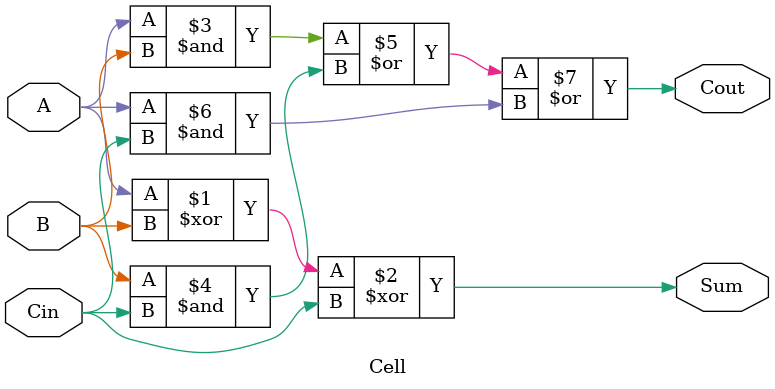
<source format=v>
/*
Author: Christian Moser
Date: 10-28-2022
Project Description:

Create floating-point multiplier used for MLP neural network implementation.
*/

module multiplier
(   input   [31:0]  A,
    input   [31:0]  B,
    output  exception,
    output  overflow,
    output  underflow,
    output  [31:0]  prod
);

//def wires
wire    sign, signA, signB, isNormal, round, expSumCarry, expSumCarryNorm;
wire    [7:0]   expA, expB, expProd, expSum;
wire    [22:0]  magA, magB, magProd;
wire    [47:0]  magTemp, normalTemp;


assign expA = A[30:23];
assign expB = B[30:23];
assign magA = A[22:0];
assign magB = B[22:0];
assign signA = A[31];
assign signB = B[31];
assign sign = signA ^ signB;

FA #(.N(8)) expadder (
    .A(expA), .B(expB),
    .S(expSum), .CN(expSumCarry)
);

assign isNormal   =    magTemp[47] ? 1'b1 : 1'b0;
assign round      =    |normalTemp[22:0];

FA #(.N(8)) expaddernorm (
    .A(expSum), .B(8'b10000001 + isNormal),
    .S(expProd), .CN(expSumCarryNorm)
);

assign magTemp    =    {(|expA) ? 1'b1 : 1'b0, magA} * {(|expB) ? 1'b1 : 1'b0, magB};
assign normalTemp =    isNormal ? magTemp : magTemp << isNormal;
assign magProd    =    normalTemp[46:24] + (normalTemp[23] & round);

assign exception =  (&expA) | (&expB);
assign zero      =  exception ? 1'b0 : ({isNormal, magProd[21:0]} == 23'b0) & ~expSumCarry;
assign overflow  =  ((expSumCarry & !expProd[7]) & !zero);
assign underflow =  ((expSumCarryNorm & expProd[7]) & !zero);

assign prod = exception ? 32'd0                   : 
              zero      ? {sign, 31'd0}           :
              overflow  ? {sign, 8'hFF, 23'd0}    :
              underflow ? {sign, 31'd0}           :
                          {sign, expProd, magProd};

endmodule

module FA #(parameter N = 32) (
    input wire[N-1:0] A,
    input wire[N-1:0] B,
    output wire[N-1:0] S,
    output wire CN
);

    wire [N:0] sum;
    wire [N-2:0] carrier;
    wire [N-1:0] FAResult;

    Cell rippleCarry [N-1:0] (
        .A(A),
        .B(B),
        .Cin({carrier, 1'b0}),
        .Sum(FAResult),
        .Cout({CN, carrier})
    ); 

    assign sum = {CN, FAResult};

    assign S = FAResult;

endmodule

module Cell (
    input A,
    input B,
    input Cin,
    output Sum,
    output Cout
);

    assign Sum = A ^ B ^ Cin;
    assign Cout = (A & B) | (B & Cin) | (A & Cin); 

endmodule
</source>
